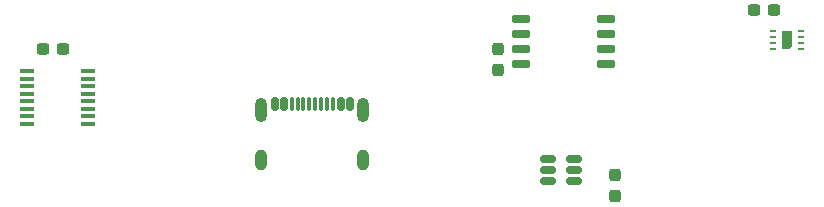
<source format=gbr>
%TF.GenerationSoftware,KiCad,Pcbnew,7.0.10*%
%TF.CreationDate,2024-01-22T07:53:42+01:00*%
%TF.ProjectId,smd_breadboard,736d645f-6272-4656-9164-626f6172642e,rev?*%
%TF.SameCoordinates,Original*%
%TF.FileFunction,Paste,Top*%
%TF.FilePolarity,Positive*%
%FSLAX46Y46*%
G04 Gerber Fmt 4.6, Leading zero omitted, Abs format (unit mm)*
G04 Created by KiCad (PCBNEW 7.0.10) date 2024-01-22 07:53:42*
%MOMM*%
%LPD*%
G01*
G04 APERTURE LIST*
G04 Aperture macros list*
%AMRoundRect*
0 Rectangle with rounded corners*
0 $1 Rounding radius*
0 $2 $3 $4 $5 $6 $7 $8 $9 X,Y pos of 4 corners*
0 Add a 4 corners polygon primitive as box body*
4,1,4,$2,$3,$4,$5,$6,$7,$8,$9,$2,$3,0*
0 Add four circle primitives for the rounded corners*
1,1,$1+$1,$2,$3*
1,1,$1+$1,$4,$5*
1,1,$1+$1,$6,$7*
1,1,$1+$1,$8,$9*
0 Add four rect primitives between the rounded corners*
20,1,$1+$1,$2,$3,$4,$5,0*
20,1,$1+$1,$4,$5,$6,$7,0*
20,1,$1+$1,$6,$7,$8,$9,0*
20,1,$1+$1,$8,$9,$2,$3,0*%
%AMFreePoly0*
4,1,6,0.450000,-0.800000,-0.450000,-0.800000,-0.450000,0.530000,-0.180000,0.800000,0.450000,0.800000,0.450000,-0.800000,0.450000,-0.800000,$1*%
G04 Aperture macros list end*
%ADD10RoundRect,0.237500X0.300000X0.237500X-0.300000X0.237500X-0.300000X-0.237500X0.300000X-0.237500X0*%
%ADD11RoundRect,0.237500X0.237500X-0.300000X0.237500X0.300000X-0.237500X0.300000X-0.237500X-0.300000X0*%
%ADD12RoundRect,0.237500X-0.300000X-0.237500X0.300000X-0.237500X0.300000X0.237500X-0.300000X0.237500X0*%
%ADD13O,1.000000X1.800000*%
%ADD14O,1.000000X2.100000*%
%ADD15RoundRect,0.150000X-0.150000X-0.425000X0.150000X-0.425000X0.150000X0.425000X-0.150000X0.425000X0*%
%ADD16RoundRect,0.075000X-0.075000X-0.500000X0.075000X-0.500000X0.075000X0.500000X-0.075000X0.500000X0*%
%ADD17RoundRect,0.150000X-0.650000X-0.150000X0.650000X-0.150000X0.650000X0.150000X-0.650000X0.150000X0*%
%ADD18R,1.200000X0.400000*%
%ADD19FreePoly0,180.000000*%
%ADD20R,0.550000X0.250000*%
%ADD21RoundRect,0.150000X0.512500X0.150000X-0.512500X0.150000X-0.512500X-0.150000X0.512500X-0.150000X0*%
G04 APERTURE END LIST*
D10*
%TO.C,C3*%
X180186500Y-64897000D03*
X178461500Y-64897000D03*
%TD*%
D11*
%TO.C,C3*%
X156845000Y-69950500D03*
X156845000Y-68225500D03*
%TD*%
%TO.C,C3*%
X166751000Y-80618500D03*
X166751000Y-78893500D03*
%TD*%
D12*
%TO.C,C3*%
X118263500Y-68199000D03*
X119988500Y-68199000D03*
%TD*%
D13*
%TO.C,USB4105-GF-A*%
X145400000Y-77575000D03*
D14*
X145400000Y-73395000D03*
D13*
X136760000Y-77575000D03*
D14*
X136760000Y-73395000D03*
D15*
X137880000Y-72820000D03*
X138680000Y-72820000D03*
D16*
X139330000Y-72820000D03*
X140330000Y-72820000D03*
X141830000Y-72820000D03*
X142830000Y-72820000D03*
D15*
X143480000Y-72820000D03*
X144280000Y-72820000D03*
X144280000Y-72820000D03*
X143480000Y-72820000D03*
D16*
X142330000Y-72820000D03*
X141330000Y-72820000D03*
X140830000Y-72820000D03*
X139830000Y-72820000D03*
D15*
X138680000Y-72820000D03*
X137880000Y-72820000D03*
%TD*%
D17*
%TO.C,QUAD 8SOIC*%
X158742500Y-65632500D03*
X158742500Y-66902500D03*
X158742500Y-68172500D03*
X158742500Y-69442500D03*
X165942500Y-69442500D03*
X165942500Y-68172500D03*
X165942500Y-66902500D03*
X165942500Y-65632500D03*
%TD*%
D18*
%TO.C,16SSOP*%
X116900000Y-70077500D03*
X116900000Y-70712500D03*
X116900000Y-71347500D03*
X116900000Y-71982500D03*
X116900000Y-72617500D03*
X116900000Y-73252500D03*
X116900000Y-73887500D03*
X116900000Y-74522500D03*
X122100000Y-74522500D03*
X122100000Y-73887500D03*
X122100000Y-73252500D03*
X122100000Y-72617500D03*
X122100000Y-71982500D03*
X122100000Y-71347500D03*
X122100000Y-70712500D03*
X122100000Y-70077500D03*
%TD*%
D19*
%TO.C,SHT30-DIS-B2.5KS*%
X181277500Y-67422500D03*
D20*
X182452500Y-68172500D03*
X182452500Y-67672500D03*
X182452500Y-67172500D03*
X182452500Y-66672500D03*
X180102500Y-66672500D03*
X180102500Y-67172500D03*
X180102500Y-67672500D03*
X180102500Y-68172500D03*
%TD*%
D21*
%TO.C,TSOT23-6*%
X163277500Y-79370000D03*
X163277500Y-78420000D03*
X163277500Y-77470000D03*
X161002500Y-77470000D03*
X161002500Y-78420000D03*
X161002500Y-79370000D03*
%TD*%
M02*

</source>
